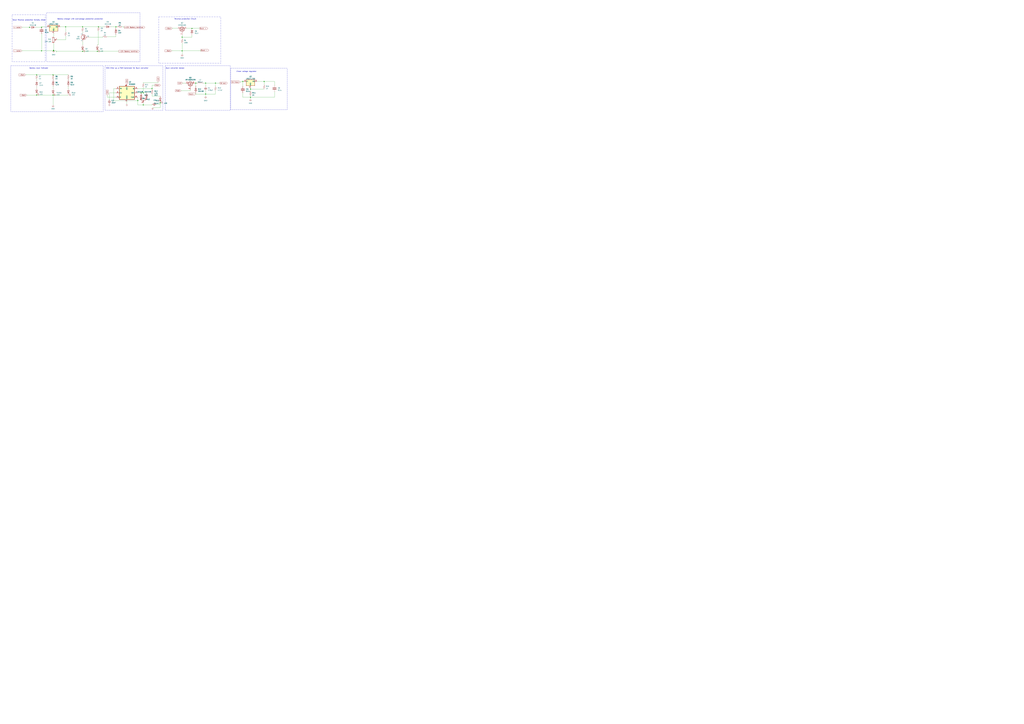
<source format=kicad_sch>
(kicad_sch (version 20230121) (generator eeschema)
  (paper "A0")
  (lib_symbols
    (symbol "Device:C" (pin_numbers hide) (pin_names (offset 0.254))
      (property "Reference" "C" (at 0.635 2.54 0))
      (property "Value" "C" (at 0.635 -2.54 0))
      (symbol "C_0_1"
        (polyline (pts (xy -2.032 -0.762) (xy 2.032 -0.762)) (stroke (width 0.508)))
        (polyline (pts (xy -2.032 0.762) (xy 2.032 0.762)) (stroke (width 0.508)))
      )
      (symbol "C_1_1"
        (pin passive line (at 0 3.81 270) (length 2.794) (name "~") (number "1"))
        (pin passive line (at 0 -3.81 90) (length 2.794) (name "~") (number "2"))
      )
    )
    (symbol "Device:C_Small" (pin_numbers hide) (pin_names (offset 0.254) hide)
      (property "Reference" "C" (at 0.254 1.778 0))
      (property "Value" "C_Small" (at 0.254 -2.032 0))
      (symbol "C_Small_0_1"
        (polyline (pts (xy -1.524 -0.508) (xy 1.524 -0.508)) (stroke (width 0.3302)))
        (polyline (pts (xy -1.524 0.508) (xy 1.524 0.508)) (stroke (width 0.3048)))
      )
      (symbol "C_Small_1_1"
        (pin passive line (at 0 2.54 270) (length 2.032) (name "~") (number "1"))
        (pin passive line (at 0 -2.54 90) (length 2.032) (name "~") (number "2"))
      )
    )
    (symbol "Device:D_Zener" (pin_numbers hide) (pin_names (offset 1.016) hide)
      (property "Reference" "D" (at 0 2.54 0))
      (property "Value" "D_Zener" (at 0 -2.54 0))
      (symbol "D_Zener_0_1"
        (polyline (pts (xy 1.27 0) (xy -1.27 0)))
        (polyline (pts (xy -1.27 -1.27) (xy -1.27 1.27) (xy -0.762 1.27)) (stroke (width 0.254)))
        (polyline (pts (xy 1.27 -1.27) (xy 1.27 1.27) (xy -1.27 0) (xy 1.27 -1.27)) (stroke (width 0.254)))
      )
      (symbol "D_Zener_1_1"
        (pin passive line (at -3.81 0 0) (length 2.54) (name "K") (number "1"))
        (pin passive line (at 3.81 0 180) (length 2.54) (name "A") (number "2"))
      )
    )
    (symbol "Device:L" (pin_numbers hide) (pin_names (offset 1.016) hide)
      (property "Reference" "L" (at -1.27 0 90))
      (property "Value" "L" (at 1.905 0 90))
      (symbol "L_0_1"
        (arc (start 0 -2.54) (mid 0.6323 -1.905) (end 0 -1.27))
        (arc (start 0 -1.27) (mid 0.6323 -0.635) (end 0 0))
        (arc (start 0 0) (mid 0.6323 0.635) (end 0 1.27))
        (arc (start 0 1.27) (mid 0.6323 1.905) (end 0 2.54))
      )
      (symbol "L_1_1"
        (pin passive line (at 0 3.81 270) (length 1.27) (name "1") (number "1"))
        (pin passive line (at 0 -3.81 90) (length 1.27) (name "2") (number "2"))
      )
    )
    (symbol "Device:LED" (pin_numbers hide) (pin_names (offset 1.016) hide)
      (property "Reference" "D" (at 0 2.54 0))
      (property "Value" "LED" (at 0 -2.54 0))
      (symbol "LED_0_1"
        (polyline (pts (xy -1.27 -1.27) (xy -1.27 1.27)) (stroke (width 0.254)))
        (polyline (pts (xy -1.27 0) (xy 1.27 0)))
        (polyline (pts (xy 1.27 -1.27) (xy 1.27 1.27) (xy -1.27 0) (xy 1.27 -1.27)) (stroke (width 0.254)))
        (polyline (pts (xy -3.048 -0.762) (xy -4.572 -2.286) (xy -3.81 -2.286) (xy -4.572 -2.286) (xy -4.572 -1.524)))
        (polyline (pts (xy -1.778 -0.762) (xy -3.302 -2.286) (xy -2.54 -2.286) (xy -3.302 -2.286) (xy -3.302 -1.524)))
      )
      (symbol "LED_1_1"
        (pin passive line (at -3.81 0 0) (length 2.54) (name "K") (number "1"))
        (pin passive line (at 3.81 0 180) (length 2.54) (name "A") (number "2"))
      )
    )
    (symbol "Device:R_Potentiometer" (pin_names (offset 1.016) hide)
      (property "Reference" "RV" (at -4.445 0 90))
      (property "Value" "R_Potentiometer" (at -2.54 0 90))
      (symbol "R_Potentiometer_0_1"
        (polyline (pts (xy 2.54 0) (xy 1.524 0)))
        (polyline (pts (xy 1.143 0) (xy 2.286 0.508) (xy 2.286 -0.508) (xy 1.143 0)) (fill (type outline)))
        (rectangle (start 1.016 2.54) (end -1.016 -2.54) (stroke (width 0.254)))
      )
      (symbol "R_Potentiometer_1_1"
        (pin passive line (at 0 3.81 270) (length 1.27) (name "1") (number "1"))
        (pin passive line (at 3.81 0 180) (length 1.27) (name "2") (number "2"))
        (pin passive line (at 0 -3.81 90) (length 1.27) (name "3") (number "3"))
      )
    )
    (symbol "Device:R_Small_US" (pin_numbers hide) (pin_names (offset 0.254) hide)
      (property "Reference" "R" (at 0.762 0.508 0))
      (property "Value" "R_Small_US" (at 0.762 -1.016 0))
      (symbol "R_Small_US_1_1"
        (polyline (pts (xy 0 0) (xy 1.016 -0.381) (xy 0 -0.762) (xy -1.016 -1.143) (xy 0 -1.524)))
        (polyline (pts (xy 0 1.524) (xy 1.016 1.143) (xy 0 0.762) (xy -1.016 0.381) (xy 0 0)))
        (pin passive line (at 0 2.54 270) (length 1.016) (name "~") (number "1"))
        (pin passive line (at 0 -2.54 90) (length 1.016) (name "~") (number "2"))
      )
    )
    (symbol "Diode:1N4148" (pin_numbers hide) (pin_names hide)
      (property "Reference" "D" (at 0 2.54 0))
      (property "Value" "1N4148" (at 0 -2.54 0))
      (symbol "1N4148_0_1"
        (polyline (pts (xy -1.27 1.27) (xy -1.27 -1.27)) (stroke (width 0.254)))
        (polyline (pts (xy 1.27 0) (xy -1.27 0)))
        (polyline (pts (xy 1.27 1.27) (xy 1.27 -1.27) (xy -1.27 0) (xy 1.27 1.27)) (stroke (width 0.254)))
      )
      (symbol "1N4148_1_1"
        (pin passive line (at -3.81 0 0) (length 2.54) (name "K") (number "1"))
        (pin passive line (at 3.81 0 180) (length 2.54) (name "A") (number "2"))
      )
    )
    (symbol "Diode:1N4448" (pin_numbers hide) (pin_names hide)
      (property "Reference" "D" (at 0 2.54 0))
      (property "Value" "1N4448" (at 0 -2.54 0))
      (symbol "1N4448_0_1"
        (polyline (pts (xy -1.27 1.27) (xy -1.27 -1.27)) (stroke (width 0.254)))
        (polyline (pts (xy 1.27 0) (xy -1.27 0)))
        (polyline (pts (xy 1.27 1.27) (xy 1.27 -1.27) (xy -1.27 0) (xy 1.27 1.27)) (stroke (width 0.254)))
      )
      (symbol "1N4448_1_1"
        (pin passive line (at -3.81 0 0) (length 2.54) (name "K") (number "1"))
        (pin passive line (at 3.81 0 180) (length 2.54) (name "A") (number "2"))
      )
    )
    (symbol "Diode:1N914" (pin_numbers hide) (pin_names hide)
      (property "Reference" "D" (at 0 2.54 0))
      (property "Value" "1N914" (at 0 -2.54 0))
      (symbol "1N914_0_1"
        (polyline (pts (xy -1.27 1.27) (xy -1.27 -1.27)) (stroke (width 0.254)))
        (polyline (pts (xy 1.27 0) (xy -1.27 0)))
        (polyline (pts (xy 1.27 1.27) (xy 1.27 -1.27) (xy -1.27 0) (xy 1.27 1.27)) (stroke (width 0.254)))
      )
      (symbol "1N914_1_1"
        (pin passive line (at -3.81 0 0) (length 2.54) (name "K") (number "1"))
        (pin passive line (at 3.81 0 180) (length 2.54) (name "A") (number "2"))
      )
    )
    (symbol "Regulator_Linear:LM317_TO3" (pin_names (offset 0.254))
      (property "Reference" "U" (at -3.81 3.175 0))
      (property "Value" "LM317_TO3" (at 0 3.175 0))
      (symbol "LM317_TO3_0_1"
        (rectangle (start -5.08 1.905) (end 5.08 -5.08) (stroke (width 0.254)) (fill (type background)))
      )
      (symbol "LM317_TO3_1_1"
        (pin input line (at 0 -7.62 90) (length 2.54) (name "ADJ") (number "1"))
        (pin power_in line (at -7.62 0 0) (length 2.54) (name "VI") (number "2"))
        (pin power_out line (at 7.62 0 180) (length 2.54) (name "VO") (number "3"))
      )
    )
    (symbol "Simulation_SPICE:NPN" (pin_numbers hide) (pin_names (offset 0))
      (property "Reference" "Q" (at -2.54 7.62 0))
      (property "Value" "NPN" (at -2.54 5.08 0))
      (symbol "NPN_0_1"
        (polyline (pts (xy -2.54 0) (xy 0.635 0)) (stroke (width 0.1524)))
        (polyline (pts (xy 0.635 0.635) (xy 2.54 2.54)))
        (polyline (pts (xy 2.794 -1.27) (xy 2.794 -1.27)) (stroke (width 0.1524)))
        (polyline (pts (xy 2.794 -1.27) (xy 2.794 -1.27)) (stroke (width 0.1524)))
        (polyline (pts (xy 0.635 -0.635) (xy 2.54 -2.54) (xy 2.54 -2.54)))
        (polyline (pts (xy 0.635 1.905) (xy 0.635 -1.905) (xy 0.635 -1.905)) (stroke (width 0.508)))
        (polyline (pts (xy 1.27 -1.778) (xy 1.778 -1.27) (xy 2.286 -2.286) (xy 1.27 -1.778) (xy 1.27 -1.778)) (fill (type outline)))
        (circle (center 1.27 0) (radius 2.8194) (stroke (width 0.254)))
      )
      (symbol "NPN_1_1"
        (pin open_collector line (at 2.54 5.08 270) (length 2.54) (name "C") (number "1"))
        (pin input line (at -5.08 0 0) (length 2.54) (name "B") (number "2"))
        (pin open_emitter line (at 2.54 -5.08 90) (length 2.54) (name "E") (number "3"))
      )
    )
    (symbol "Timer:NE555D"
      (property "Reference" "U" (at -10.16 8.89 0))
      (property "Value" "NE555D" (at 2.54 8.89 0))
      (symbol "NE555D_0_0"
        (pin power_in line (at 0 -10.16 90) (length 2.54) (name "GND") (number "1"))
        (pin power_in line (at 0 10.16 270) (length 2.54) (name "VCC") (number "8"))
      )
      (symbol "NE555D_0_1"
        (rectangle (start -8.89 -7.62) (end 8.89 7.62) (stroke (width 0.254)) (fill (type background)))
        (rectangle (start -8.89 -7.62) (end 8.89 7.62) (stroke (width 0.254)) (fill (type background)))
      )
      (symbol "NE555D_1_1"
        (pin input line (at -12.7 5.08 0) (length 3.81) (name "TR") (number "2"))
        (pin output line (at 12.7 5.08 180) (length 3.81) (name "Q") (number "3"))
        (pin input inverted (at -12.7 -5.08 0) (length 3.81) (name "R") (number "4"))
        (pin input line (at -12.7 0 0) (length 3.81) (name "CV") (number "5"))
        (pin input line (at 12.7 -5.08 180) (length 3.81) (name "THR") (number "6"))
        (pin input line (at 12.7 0 180) (length 3.81) (name "DIS") (number "7"))
      )
    )
    (symbol "Transistor_FET:IRF40DM229" (pin_names hide)
      (property "Reference" "Q" (at 5.08 1.905 0))
      (property "Value" "IRF40DM229" (at 5.08 0 0))
      (symbol "IRF40DM229_0_1"
        (polyline (pts (xy 0.254 0) (xy -2.54 0)))
        (polyline (pts (xy 0.254 1.905) (xy 0.254 -1.905)) (stroke (width 0.254)))
        (polyline (pts (xy 0.762 -1.27) (xy 0.762 -2.286)) (stroke (width 0.254)))
        (polyline (pts (xy 0.762 0.508) (xy 0.762 -0.508)) (stroke (width 0.254)))
        (polyline (pts (xy 0.762 2.286) (xy 0.762 1.27)) (stroke (width 0.254)))
        (polyline (pts (xy 2.54 2.54) (xy 2.54 1.778)))
        (polyline (pts (xy 2.54 -2.54) (xy 2.54 0) (xy 0.762 0)))
        (polyline (pts (xy 0.762 -1.778) (xy 3.302 -1.778) (xy 3.302 1.778) (xy 0.762 1.778)))
        (polyline (pts (xy 1.016 0) (xy 2.032 0.381) (xy 2.032 -0.381) (xy 1.016 0)) (fill (type outline)))
        (polyline (pts (xy 2.794 0.508) (xy 2.921 0.381) (xy 3.683 0.381) (xy 3.81 0.254)))
        (polyline (pts (xy 3.302 0.381) (xy 2.921 -0.254) (xy 3.683 -0.254) (xy 3.302 0.381)))
        (circle (center 1.651 0) (radius 2.794) (stroke (width 0.254)))
        (circle (center 2.54 -1.778) (radius 0.254) (fill (type outline)))
        (circle (center 2.54 1.778) (radius 0.254) (fill (type outline)))
      )
      (symbol "IRF40DM229_1_1"
        (pin passive line (at 2.54 5.08 270) (length 2.54) (name "D") (number "1"))
        (pin input line (at -5.08 0 0) (length 2.54) (name "G") (number "2"))
        (pin passive line (at 2.54 -5.08 90) (length 2.54) (name "S") (number "3"))
      )
    )
    (symbol "Transistor_FET:IRF9540N" (pin_names hide)
      (property "Reference" "Q" (at 5.08 1.905 0))
      (property "Value" "IRF9540N" (at 5.08 0 0))
      (symbol "IRF9540N_0_1"
        (polyline (pts (xy 0.254 0) (xy -2.54 0)))
        (polyline (pts (xy 0.254 1.905) (xy 0.254 -1.905)) (stroke (width 0.254)))
        (polyline (pts (xy 0.762 -1.27) (xy 0.762 -2.286)) (stroke (width 0.254)))
        (polyline (pts (xy 0.762 0.508) (xy 0.762 -0.508)) (stroke (width 0.254)))
        (polyline (pts (xy 0.762 2.286) (xy 0.762 1.27)) (stroke (width 0.254)))
        (polyline (pts (xy 2.54 2.54) (xy 2.54 1.778)))
        (polyline (pts (xy 2.54 -2.54) (xy 2.54 0) (xy 0.762 0)))
        (polyline (pts (xy 0.762 1.778) (xy 3.302 1.778) (xy 3.302 -1.778) (xy 0.762 -1.778)))
        (polyline (pts (xy 2.286 0) (xy 1.27 0.381) (xy 1.27 -0.381) (xy 2.286 0)) (fill (type outline)))
        (polyline (pts (xy 2.794 -0.508) (xy 2.921 -0.381) (xy 3.683 -0.381) (xy 3.81 -0.254)))
        (polyline (pts (xy 3.302 -0.381) (xy 2.921 0.254) (xy 3.683 0.254) (xy 3.302 -0.381)))
        (circle (center 1.651 0) (radius 2.794) (stroke (width 0.254)))
        (circle (center 2.54 -1.778) (radius 0.254) (fill (type outline)))
        (circle (center 2.54 1.778) (radius 0.254) (fill (type outline)))
      )
      (symbol "IRF9540N_1_1"
        (pin input line (at -5.08 0 0) (length 2.54) (name "G") (number "1"))
        (pin passive line (at 2.54 5.08 270) (length 2.54) (name "D") (number "2"))
        (pin passive line (at 2.54 -5.08 90) (length 2.54) (name "S") (number "3"))
      )
    )
    (symbol "power:Earth" (power) (pin_names (offset 0))
      (symbol "Earth_0_1"
        (polyline (pts (xy -0.635 -1.905) (xy 0.635 -1.905)))
        (polyline (pts (xy -0.127 -2.54) (xy 0.127 -2.54)))
        (polyline (pts (xy 0 -1.27) (xy 0 0)))
        (polyline (pts (xy 1.27 -1.27) (xy -1.27 -1.27)))
      )
      (symbol "Earth_1_1"
        (pin power_in line (at 0 0 270) (length 0) hide (name "Earth") (number "1"))
      )
    )
    (symbol "power:GND" (power) (pin_names (offset 0))
      (property "Value" "GND" (at 0 -3.81 0))
      (symbol "GND_0_1"
        (polyline (pts (xy 0 0) (xy 0 -1.27) (xy 1.27 -1.27) (xy 0 -2.54) (xy -1.27 -1.27) (xy 0 -1.27)))
      )
      (symbol "GND_1_1"
        (pin power_in line (at 0 0 270) (length 0) hide (name "GND") (number "1"))
      )
    )
  )
  (junction (at 76.2 31.115))
  (junction (at 163.83 107.95))
  (junction (at 42.545 86.995))
  (junction (at 290.83 113.03))
  (junction (at 48.26 59.055))
  (junction (at 95.885 59.69))
  (junction (at 114.3 31.115))
  (junction (at 61.595 110.49))
  (junction (at 186.055 119.38))
  (junction (at 211.455 59.055))
  (junction (at 176.53 102.87))
  (junction (at 238.76 96.52))
  (junction (at 290.83 103.505))
  (junction (at 166.37 121.92))
  (junction (at 238.76 109.22))
  (junction (at 113.03 59.69))
  (junction (at 61.595 86.995))
  (junction (at 48.26 31.75))
  (junction (at 166.37 107.95))
  (junction (at 62.23 58.42))
  (junction (at 34.29 31.75))
  (junction (at 95.885 31.115))
  (junction (at 227.33 96.52))
  (junction (at 134.62 31.115))
  (junction (at 42.545 110.49))
  (junction (at 222.885 33.02))
  (junction (at 160.02 116.84))
  (junction (at 281.94 94.615))
  (junction (at 62.23 59.055))
  (junction (at 306.705 94.615))
  (junction (at 211.455 43.18))
  (junction (at 250.19 96.52))
  (wire (pts (xy 238.76 109.22) (xy 238.76 111.76)))
  (wire (pts (xy 134.62 42.545) (xy 124.46 42.545)))
  (wire (pts (xy 250.19 109.22) (xy 250.19 105.41)))
  (wire (pts (xy 306.705 103.505) (xy 290.83 103.505)))
  (wire (pts (xy 199.39 59.055) (xy 211.455 59.055)))
  (wire (pts (xy 238.76 96.52) (xy 236.22 96.52)))
  (wire (pts (xy 128.905 31.115) (xy 134.62 31.115)))
  (wire (pts (xy 227.33 96.52) (xy 228.6 96.52)))
  (wire (pts (xy 186.055 119.38) (xy 185.42 119.38)))
  (wire (pts (xy 162.56 115.57) (xy 163.83 115.57)))
  (wire (pts (xy 233.045 58.42) (xy 233.045 59.055)))
  (wire (pts (xy 76.2 31.115) (xy 95.885 31.115)))
  (wire (pts (xy 127 107.95) (xy 134.62 107.95)))
  (wire (pts (xy 134.62 102.87) (xy 132.08 102.87)))
  (wire (pts (xy 95.885 36.83) (xy 95.885 38.1)))
  (wire (pts (xy 283.21 94.615) (xy 281.94 94.615)))
  (wire (pts (xy 185.42 119.38) (xy 185.42 121.285)))
  (wire (pts (xy 318.77 94.615) (xy 306.705 94.615)))
  (wire (pts (xy 42.545 86.995) (xy 61.595 86.995)))
  (wire (pts (xy 211.455 43.18) (xy 211.455 45.085)))
  (wire (pts (xy 166.37 95.885) (xy 166.37 96.52)))
  (wire (pts (xy 95.885 48.26) (xy 95.885 52.07)))
  (wire (pts (xy 281.94 107.95) (xy 281.94 113.03)))
  (wire (pts (xy 222.885 33.02) (xy 231.775 33.02)))
  (wire (pts (xy 79.375 92.075) (xy 79.375 92.71)))
  (wire (pts (xy 211.455 59.055) (xy 233.045 59.055)))
  (wire (pts (xy 160.02 113.03) (xy 160.02 116.84)))
  (wire (pts (xy 134.62 40.005) (xy 134.62 42.545)))
  (wire (pts (xy 166.37 107.95) (xy 170.18 107.95)))
  (wire (pts (xy 61.595 110.49) (xy 61.595 121.92)))
  (wire (pts (xy 200.025 33.02) (xy 206.375 33.02)))
  (wire (pts (xy 181.61 121.285) (xy 185.42 121.285)))
  (wire (pts (xy 176.53 99.06) (xy 176.53 102.87)))
  (wire (pts (xy 238.76 96.52) (xy 238.76 100.33)))
  (wire (pts (xy 186.055 125.095) (xy 177.165 125.095)))
  (wire (pts (xy 103.505 43.18) (xy 119.38 43.18)))
  (wire (pts (xy 65.405 60.325) (xy 66.04 60.325)))
  (wire (pts (xy 147.32 118.11) (xy 147.32 120.65)))
  (wire (pts (xy 62.23 38.735) (xy 62.23 42.545)))
  (wire (pts (xy 95.885 31.115) (xy 95.885 31.75)))
  (wire (pts (xy 238.76 105.41) (xy 238.76 109.22)))
  (wire (pts (xy 238.76 109.22) (xy 250.19 109.22)))
  (wire (pts (xy 176.53 99.06) (xy 179.705 99.06)))
  (wire (pts (xy 183.515 95.25) (xy 183.515 95.885)))
  (wire (pts (xy 34.29 31.115) (xy 34.29 31.75)))
  (wire (pts (xy 61.595 92.075) (xy 61.595 92.71)))
  (wire (pts (xy 220.98 105.41) (xy 220.98 104.14)))
  (wire (pts (xy 61.595 100.33) (xy 61.595 102.87)))
  (wire (pts (xy 222.885 40.64) (xy 222.885 43.18)))
  (wire (pts (xy 160.02 121.92) (xy 166.37 121.92)))
  (wire (pts (xy 166.37 101.6) (xy 166.37 107.95)))
  (wire (pts (xy 160.02 107.95) (xy 163.83 107.95)))
  (wire (pts (xy 290.83 103.505) (xy 290.83 106.045)))
  (wire (pts (xy 54.61 31.115) (xy 48.26 31.115)))
  (wire (pts (xy 176.53 111.76) (xy 186.055 111.76)))
  (wire (pts (xy 61.595 110.49) (xy 79.375 110.49)))
  (wire (pts (xy 31.115 110.49) (xy 42.545 110.49)))
  (wire (pts (xy 290.83 113.03) (xy 290.83 114.935)))
  (wire (pts (xy 212.09 96.52) (xy 215.9 96.52)))
  (wire (pts (xy 114.3 52.07) (xy 113.03 52.07)))
  (wire (pts (xy 176.53 109.22) (xy 176.53 111.76)))
  (wire (pts (xy 66.04 59.69) (xy 95.885 59.69)))
  (wire (pts (xy 166.37 121.92) (xy 176.53 121.92)))
  (wire (pts (xy 66.04 60.325) (xy 66.04 59.69)))
  (wire (pts (xy 143.51 31.75) (xy 143.51 31.115)))
  (wire (pts (xy 290.83 102.235) (xy 290.83 103.505)))
  (wire (pts (xy 48.26 39.37) (xy 48.26 59.055)))
  (wire (pts (xy 306.705 94.615) (xy 306.705 98.425)))
  (wire (pts (xy 76.2 41.91) (xy 76.2 46.355)))
  (wire (pts (xy 211.455 50.165) (xy 211.455 59.055)))
  (wire (pts (xy 166.37 119.38) (xy 166.37 121.92)))
  (wire (pts (xy 280.035 94.615) (xy 280.035 95.25)))
  (wire (pts (xy 163.83 107.95) (xy 166.37 107.95)))
  (wire (pts (xy 62.23 59.055) (xy 62.23 58.42)))
  (wire (pts (xy 95.885 31.115) (xy 114.3 31.115)))
  (wire (pts (xy 281.94 94.615) (xy 281.94 100.33)))
  (wire (pts (xy 143.51 31.115) (xy 141.605 31.115)))
  (wire (pts (xy 227.33 109.22) (xy 238.76 109.22)))
  (wire (pts (xy 290.83 111.125) (xy 290.83 113.03)))
  (wire (pts (xy 143.51 31.75) (xy 144.145 31.75)))
  (wire (pts (xy 227.33 107.95) (xy 227.33 109.22)))
  (wire (pts (xy 160.02 102.87) (xy 176.53 102.87)))
  (wire (pts (xy 41.91 31.75) (xy 48.26 31.75)))
  (wire (pts (xy 134.62 31.115) (xy 134.62 32.385)))
  (wire (pts (xy 132.08 102.87) (xy 132.08 116.84)))
  (wire (pts (xy 48.26 59.055) (xy 62.23 59.055)))
  (wire (pts (xy 119.38 43.18) (xy 119.38 42.545)))
  (wire (pts (xy 48.26 31.115) (xy 48.26 31.75)))
  (wire (pts (xy 95.885 59.69) (xy 113.03 59.69)))
  (wire (pts (xy 318.77 113.03) (xy 290.83 113.03)))
  (wire (pts (xy 25.4 59.055) (xy 48.26 59.055)))
  (wire (pts (xy 62.23 50.165) (xy 62.23 58.42)))
  (wire (pts (xy 250.19 100.33) (xy 250.19 96.52)))
  (wire (pts (xy 186.055 119.38) (xy 186.055 125.095)))
  (wire (pts (xy 280.035 95.25) (xy 278.765 95.25)))
  (wire (pts (xy 216.535 33.02) (xy 222.885 33.02)))
  (wire (pts (xy 42.545 100.965) (xy 42.545 102.235)))
  (wire (pts (xy 160.02 116.84) (xy 160.02 121.92)))
  (wire (pts (xy 176.53 104.14) (xy 176.53 102.87)))
  (wire (pts (xy 222.885 43.18) (xy 211.455 43.18)))
  (wire (pts (xy 124.46 110.49) (xy 124.46 113.03)))
  (wire (pts (xy 42.545 110.49) (xy 42.545 109.855)))
  (wire (pts (xy 183.515 95.885) (xy 166.37 95.885)))
  (wire (pts (xy 65.405 60.325) (xy 65.405 59.055)))
  (wire (pts (xy 134.62 31.115) (xy 136.525 31.115)))
  (wire (pts (xy 132.08 116.84) (xy 160.02 116.84)))
  (wire (pts (xy 42.545 92.075) (xy 42.545 93.345)))
  (wire (pts (xy 281.94 113.03) (xy 290.83 113.03)))
  (wire (pts (xy 281.94 94.615) (xy 280.035 94.615)))
  (wire (pts (xy 25.4 31.75) (xy 34.29 31.75)))
  (wire (pts (xy 250.19 96.52) (xy 238.76 96.52)))
  (wire (pts (xy 42.545 110.49) (xy 61.595 110.49)))
  (wire (pts (xy 76.2 36.83) (xy 76.2 31.115)))
  (wire (pts (xy 226.06 96.52) (xy 227.33 96.52)))
  (wire (pts (xy 298.45 94.615) (xy 306.705 94.615)))
  (wire (pts (xy 29.845 86.995) (xy 42.545 86.995)))
  (wire (pts (xy 66.04 46.355) (xy 76.2 46.355)))
  (wire (pts (xy 127 115.57) (xy 127 107.95)))
  (wire (pts (xy 210.185 105.41) (xy 220.98 105.41)))
  (wire (pts (xy 211.455 40.64) (xy 211.455 43.18)))
  (wire (pts (xy 69.85 31.115) (xy 76.2 31.115)))
  (wire (pts (xy 114.3 36.195) (xy 114.3 52.07)))
  (wire (pts (xy 318.77 106.68) (xy 318.77 113.03)))
  (wire (pts (xy 134.62 113.03) (xy 124.46 113.03)))
  (wire (pts (xy 250.19 96.52) (xy 255.27 96.52)))
  (wire (pts (xy 318.77 99.06) (xy 318.77 94.615)))
  (wire (pts (xy 114.3 31.115) (xy 121.285 31.115)))
  (wire (pts (xy 113.03 59.69) (xy 137.795 59.69)))
  (wire (pts (xy 211.455 62.865) (xy 211.455 59.055)))
  (wire (pts (xy 227.33 96.52) (xy 227.33 100.33)))
  (wire (pts (xy 65.405 59.055) (xy 62.23 59.055)))
  (wire (pts (xy 61.595 86.995) (xy 79.375 86.995)))
  (wire (pts (xy 79.375 100.33) (xy 79.375 102.87)))
  (wire (pts (xy 176.53 121.92) (xy 176.53 121.285)))
  (rectangle (start 121.92 76.2) (end 189.23 128.27) (stroke (width 0) (type dash)))
  (rectangle (start 52.07 26.67) (end 52.07 26.67))
  (rectangle (start 191.77 76.2) (end 267.335 128.27) (stroke (width 0) (type dash)))
  (rectangle (start 13.97 17.145) (end 52.705 71.755) (stroke (width 0) (type dash_dot)))
  (rectangle (start 12.7 76.2) (end 120.015 129.54) (stroke (width 0) (type dash)))
  (rectangle (start 53.975 14.605) (end 162.56 71.755) (stroke (width 0) (type dash)))
  (rectangle (start 187.96 79.375) (end 187.96 79.375))
  (rectangle (start 184.15 19.685) (end 256.54 73.66) (stroke (width 0) (type dash_dot)))
  (rectangle (start 267.97 79.375) (end 333.375 127.635) (stroke (width 0) (type dash)))
  (text "Solar Reverse protection Schotty diode\n" (at 14.605 24.13 0) (effects (font (size 1.27 1.27)) (justify left bottom)))
  (text "Reverse protection Circuit \n" (at 202.565 22.86 0) (effects (font (size 1.27 1.27)) (justify left bottom)))
  (text "Buck converter design\n" (at 192.405 80.01 0) (effects (font (size 1.27 1.27)) (justify left bottom)))
  (text "Battery charger with overvoltage protection protection" (at 66.675 22.86 0) (effects (font (size 1.27 1.27)) (justify left bottom)))
  (text "555 timer as a PWM Generator for Buck converter" (at 123.19 80.01 0) (effects (font (size 1.27 1.27)) (justify left bottom)))
  (text "Battery level indicator \n" (at 34.29 80.01 0) (effects (font (size 1.27 1.27)) (justify left bottom)))
  (text "Linear voltage regulator\n" (at 274.32 83.82 0) (effects (font (size 1.27 1.27)) (justify left bottom)))
  (global_label "- solar" (shape input) (at 25.4 59.055 180) (property "Intersheetrefs" "${INTERSHEET_REFS}" (effects hide)))
  (global_label "PWM" (shape output) (at 179.705 99.06 0) (property "Intersheetrefs" "${INTERSHEET_REFS}" (effects hide)))
  (global_label "+12V Battery terminal" (shape output) (at 144.145 31.75 0) (property "Intersheetrefs" "${INTERSHEET_REFS}" (effects hide)))
  (global_label "12V" (shape input) (at 124.46 110.49 90) (property "Intersheetrefs" "${INTERSHEET_REFS}" (effects hide)))
  (global_label "12V" (shape input) (at 212.09 96.52 180) (property "Intersheetrefs" "${INTERSHEET_REFS}" (effects hide)))
  (global_label "+Batt" (shape input) (at 200.025 33.02 180) (property "Intersheetrefs" "${INTERSHEET_REFS}" (effects hide)))
  (global_label "PWM" (shape input) (at 210.185 105.41 180) (property "Intersheetrefs" "${INTERSHEET_REFS}" (effects hide)))
  (global_label "-Batt" (shape input) (at 31.115 110.49 180) (property "Intersheetrefs" "${INTERSHEET_REFS}" (effects hide)))
  (global_label "5V out" (shape output) (at 255.27 96.52 0) (property "Intersheetrefs" "${INTERSHEET_REFS}" (effects hide)))
  (global_label "+Batt" (shape input) (at 29.845 86.995 180) (property "Intersheetrefs" "${INTERSHEET_REFS}" (effects hide)))
  (global_label "12V" (shape input) (at 147.32 97.79 90) (property "Intersheetrefs" "${INTERSHEET_REFS}" (effects hide)))
  (global_label "12V" (shape input) (at 183.515 95.25 90) (property "Intersheetrefs" "${INTERSHEET_REFS}" (effects hide)))
  (global_label "-Batt" (shape input) (at 199.39 59.055 180) (property "Intersheetrefs" "${INTERSHEET_REFS}" (effects hide)))
  (global_label "Buck +" (shape output) (at 231.775 33.02 0) (property "Intersheetrefs" "${INTERSHEET_REFS}" (effects hide)))
  (global_label "Buck-" (shape input) (at 227.33 109.22 180) (property "Intersheetrefs" "${INTERSHEET_REFS}" (effects hide)))
  (global_label "-12V Battery terminal" (shape output) (at 137.795 59.69 0) (property "Intersheetrefs" "${INTERSHEET_REFS}" (effects hide)))
  (global_label "5V input" (shape input) (at 278.765 95.25 180) (property "Intersheetrefs" "${INTERSHEET_REFS}" (effects hide)))
  (global_label "Buck -" (shape output) (at 233.045 58.42 0) (property "Intersheetrefs" "${INTERSHEET_REFS}" (effects hide)))
  (global_label "+ solar" (shape input) (at 25.4 31.75 180) (property "Intersheetrefs" "${INTERSHEET_REFS}" (effects hide)))
  (symbol (lib_id "Simulation_SPICE:NPN") (at 98.425 43.18 0) (mirror y) (unit 1)
    (property "Reference" "Q1" (at 92.71 42.545 0) (effects (justify left)))
    (property "Value" "NPN" (at 92.71 45.085 0) (effects (justify left)))
    (property "Sim.Device" "NPN" (effects hide))
    (property "Sim.Type" "GUMMELPOON" (effects hide))
    (property "Sim.Pins" "1=C 2=B 3=E" (effects hide))
  )
  (symbol (lib_id "Device:LED") (at 186.055 115.57 90) (unit 1)
    (property "Reference" "D13" (at 180.975 116.84 90) (effects (justify right)))
    (property "Value" "LED" (at 190.5 120.015 90) (effects (justify right)))
  )
  (symbol (lib_id "Timer:NE555D") (at 147.32 107.95 0) (unit 1)
    (property "Reference" "U2" (at 149.5141 95.25 0) (effects (justify left)))
    (property "Value" "NE555D" (at 149.5141 97.79 0) (effects (justify left)))
    (property "Footprint" "Package_SO:SOIC-8_3.9x4.9mm_P1.27mm" (effects hide))
    (property "Datasheet" "http://www.ti.com/lit/ds/symlink/ne555.pdf" (effects hide))
  )
  (symbol (lib_id "Device:C") (at 318.77 102.87 0) (unit 1)
    (property "Reference" "C6" (at 322.58 102.235 0) (effects (justify left)))
    (property "Value" "0.1u" (at 322.58 104.775 0) (effects (justify left)))
  )
  (symbol (lib_id "Transistor_FET:IRF40DM229") (at 220.98 99.06 90) (unit 1)
    (property "Reference" "Q3" (at 220.98 90.17 90))
    (property "Value" "IRF40DM229" (at 220.98 92.71 90))
    (property "Footprint" "Package_DirectFET:DirectFET_MF" (effects hide))
    (property "Datasheet" "https://www.infineon.com/dgdl/Infineon-IRF40DM229-DS-v02_00-EN.pdf?fileId=5546d462557e6e890155a15c899160ea" (effects hide))
  )
  (symbol (lib_id "Device:D_Zener") (at 61.595 96.52 270) (unit 1)
    (property "Reference" "D8" (at 64.135 95.885 90) (effects (justify left)))
    (property "Value" "4.7V" (at 64.135 98.425 90) (effects (justify left)))
  )
  (symbol (lib_id "power:GND") (at 290.83 114.935 0) (unit 1)
    (property "Reference" "#PWR08" (effects hide))
    (property "Value" "GND" (at 290.83 120.015 0))
  )
  (symbol (lib_id "Device:R_Potentiometer") (at 166.37 115.57 270) (unit 1)
    (property "Reference" "RV2" (at 172.085 115.57 90))
    (property "Value" "10k" (at 166.37 114.3 90))
  )
  (symbol (lib_id "Device:R_Small_US") (at 114.3 33.655 0) (unit 1)
    (property "Reference" "R3" (at 116.84 33.02 0) (effects (justify left)))
    (property "Value" "2k" (at 116.84 35.56 0) (effects (justify left)))
  )
  (symbol (lib_id "Device:R_Small_US") (at 76.2 39.37 0) (unit 1)
    (property "Reference" "R1" (at 78.74 38.735 0) (effects (justify left)))
    (property "Value" "1K" (at 78.74 41.275 0) (effects (justify left)))
  )
  (symbol (lib_id "Device:C_Small") (at 238.76 102.87 0) (unit 1)
    (property "Reference" "C4" (at 241.3 102.2413 0) (effects (justify left)))
    (property "Value" "470uF" (at 241.3 104.7813 0) (effects (justify left)))
  )
  (symbol (lib_id "Device:R_Small_US") (at 290.83 108.585 180) (unit 1)
    (property "Reference" "R14" (at 292.735 107.95 0) (effects (justify right)))
    (property "Value" "1K" (at 292.735 110.49 0) (effects (justify right)))
  )
  (symbol (lib_id "power:Earth") (at 147.32 120.65 0) (unit 1)
    (property "Reference" "#PWR05" (effects hide))
    (property "Value" "Earth" (effects hide))
  )
  (symbol (lib_id "power:GND") (at 61.595 121.92 0) (unit 1)
    (property "Reference" "#PWR03" (effects hide))
    (property "Value" "GND" (at 61.595 126.365 0))
  )
  (symbol (lib_id "Device:LED") (at 79.375 106.68 90) (unit 1)
    (property "Reference" "Blue" (at 83.185 107.6325 90) (effects (justify right)))
    (property "Value" "LED" (at 83.185 110.1725 90) (effects (justify right)))
  )
  (symbol (lib_id "power:GND") (at 238.76 111.76 0) (unit 1)
    (property "Reference" "#PWR07" (effects hide))
    (property "Value" "GND" (at 238.76 116.84 0))
  )
  (symbol (lib_id "Device:C_Small") (at 179.07 121.285 90) (unit 1)
    (property "Reference" "C3" (at 179.7113 116.5225 90))
    (property "Value" "0.1nf" (at 181.61 120.015 90))
  )
  (symbol (lib_id "Diode:1N4448") (at 125.095 31.115 180) (unit 1)
    (property "Reference" "D5" (at 125.095 25.4 0))
    (property "Value" "1N4448" (at 125.095 27.94 0))
    (property "Footprint" "Diode_THT:D_DO-35_SOD27_P7.62mm_Horizontal" (effects hide))
    (property "Datasheet" "https://assets.nexperia.com/documents/data-sheet/1N4148_1N4448.pdf" (effects hide))
    (property "Sim.Device" "D" (effects hide))
    (property "Sim.Pins" "1=K 2=A" (effects hide))
  )
  (symbol (lib_id "Diode:1N914") (at 227.33 104.14 90) (mirror x) (unit 1)
    (property "Reference" "D14" (at 229.87 103.505 90) (effects (justify right)))
    (property "Value" "1N448" (at 229.87 106.045 90) (effects (justify right)))
    (property "Footprint" "Diode_THT:D_DO-35_SOD27_P7.62mm_Horizontal" (effects hide))
    (property "Datasheet" "http://www.vishay.com/docs/85622/1n914.pdf" (effects hide))
    (property "Sim.Device" "D" (effects hide))
    (property "Sim.Pins" "1=K 2=A" (effects hide))
  )
  (symbol (lib_id "Diode:1N4148") (at 38.1 31.75 180) (unit 1)
    (property "Reference" "D1" (at 38.1 26.67 0))
    (property "Value" "1N4148" (at 38.1 29.21 0))
    (property "Footprint" "Diode_THT:D_DO-35_SOD27_P7.62mm_Horizontal" (effects hide))
    (property "Datasheet" "https://assets.nexperia.com/documents/data-sheet/1N4148_1N4448.pdf" (effects hide))
    (property "Sim.Device" "D" (effects hide))
    (property "Sim.Pins" "1=K 2=A" (effects hide))
  )
  (symbol (lib_id "power:GND") (at 62.23 58.42 0) (unit 1)
    (property "Reference" "#PWR01" (effects hide))
    (property "Value" "GND" (at 62.23 63.5 0))
  )
  (symbol (lib_id "Device:R_Small_US") (at 139.065 31.115 90) (unit 1)
    (property "Reference" "R5" (at 139.065 26.67 90))
    (property "Value" "1K" (at 139.065 29.21 90))
  )
  (symbol (lib_id "Device:L") (at 232.41 96.52 90) (unit 1)
    (property "Reference" "L1" (at 232.41 92.71 90))
    (property "Value" "300uH" (at 232.41 95.25 90))
  )
  (symbol (lib_id "Device:D_Zener") (at 42.545 97.155 270) (unit 1)
    (property "Reference" "D7" (at 45.72 96.52 90) (effects (justify left)))
    (property "Value" "2.4V" (at 45.72 99.06 90) (effects (justify left)))
  )
  (symbol (lib_id "Device:R_Small_US") (at 250.19 102.87 180) (unit 1)
    (property "Reference" "R13" (at 252.73 102.235 0) (effects (justify right)))
    (property "Value" "4.7uF" (at 252.73 104.775 0) (effects (justify right)))
  )
  (symbol (lib_id "Device:R_Small_US") (at 95.885 34.29 0) (unit 1)
    (property "Reference" "R2" (at 98.425 33.655 0) (effects (justify left)))
    (property "Value" "220" (at 98.425 36.195 0) (effects (justify left)))
  )
  (symbol (lib_id "Device:D_Zener") (at 134.62 36.195 270) (unit 1)
    (property "Reference" "D4" (at 137.16 35.56 90) (effects (justify left)))
    (property "Value" "12V " (at 137.16 38.1 90) (effects (justify left)))
  )
  (symbol (lib_id "Device:C") (at 48.26 35.56 0) (unit 1)
    (property "Reference" "C1" (at 52.07 34.925 0) (effects (justify left)))
    (property "Value" "0.1u" (at 52.07 37.465 0) (effects (justify left)))
  )
  (symbol (lib_id "Device:R_Small_US") (at 121.92 42.545 90) (unit 1)
    (property "Reference" "R4" (at 121.92 38.1 90))
    (property "Value" "1K" (at 121.92 40.64 90))
  )
  (symbol (lib_id "Transistor_FET:IRF9540N") (at 211.455 35.56 90) (unit 1)
    (property "Reference" "Q2" (at 211.455 26.67 90))
    (property "Value" "IRF9540N" (at 211.455 29.21 90))
    (property "Footprint" "Package_TO_SOT_THT:TO-220-3_Vertical" (effects hide))
    (property "Datasheet" "http://www.irf.com/product-info/datasheets/data/irf9540n.pdf" (effects hide))
  )
  (symbol (lib_id "Device:C") (at 281.94 104.14 0) (unit 1)
    (property "Reference" "C5" (at 285.75 103.505 0) (effects (justify left)))
    (property "Value" "0.1u" (at 285.75 106.045 0) (effects (justify left)))
  )
  (symbol (lib_id "Device:LED") (at 95.885 55.88 90) (unit 1)
    (property "Reference" "D2" (at 99.06 56.8325 90) (effects (justify right)))
    (property "Value" "LED" (at 99.06 59.3725 90) (effects (justify right)))
  )
  (symbol (lib_id "Device:LED") (at 61.595 106.68 90) (unit 1)
    (property "Reference" "Yellow" (at 65.405 107.6325 90) (effects (justify right)))
    (property "Value" "LED" (at 65.405 110.1725 90) (effects (justify right)))
  )
  (symbol (lib_id "power:GND") (at 211.455 62.865 0) (unit 1)
    (property "Reference" "#PWR02" (effects hide))
    (property "Value" "GND" (at 211.455 67.31 0))
  )
  (symbol (lib_id "Device:R_Potentiometer") (at 62.23 46.355 0) (unit 1)
    (property "Reference" "RV1" (at 59.69 45.72 0) (effects (justify right)))
    (property "Value" "10K pot" (at 59.69 48.26 0) (effects (justify right)))
  )
  (symbol (lib_id "Device:D_Zener") (at 79.375 96.52 270) (unit 1)
    (property "Reference" "D9" (at 81.915 95.885 90) (effects (justify left)))
    (property "Value" "9.1V" (at 81.915 98.425 90) (effects (justify left)))
  )
  (symbol (lib_id "Device:R_Small_US") (at 79.375 89.535 0) (unit 1)
    (property "Reference" "R9" (at 81.915 88.9 0) (effects (justify left)))
    (property "Value" "1K" (at 81.915 91.44 0) (effects (justify left)))
  )
  (symbol (lib_id "power:Earth") (at 177.165 125.095 0) (unit 1)
    (property "Reference" "#PWR06" (effects hide))
    (property "Value" "Earth" (effects hide))
  )
  (symbol (lib_id "Device:R_Small_US") (at 166.37 99.06 180) (unit 1)
    (property "Reference" "R11" (at 168.275 98.425 0) (effects (justify right)))
    (property "Value" "1K" (at 168.275 100.965 0) (effects (justify right)))
  )
  (symbol (lib_id "Device:R_Small_US") (at 61.595 89.535 0) (unit 1)
    (property "Reference" "R8" (at 64.135 88.9 0) (effects (justify left)))
    (property "Value" "1K" (at 64.135 91.44 0) (effects (justify left)))
  )
  (symbol (lib_id "Device:C_Small") (at 127 118.11 0) (unit 1)
    (property "Reference" "C2" (at 129.54 116.8463 0) (effects (justify left)))
    (property "Value" "10nF" (at 129.54 119.3863 0) (effects (justify left)))
  )
  (symbol (lib_id "power:Earth") (at 127 120.65 0) (unit 1)
    (property "Reference" "#PWR04" (effects hide))
    (property "Value" "Earth" (effects hide))
  )
  (symbol (lib_id "Device:LED") (at 42.545 106.045 90) (unit 1)
    (property "Reference" "RED" (at 45.72 106.9975 90) (effects (justify right)))
    (property "Value" "LED" (at 45.72 109.5375 90) (effects (justify right)))
  )
  (symbol (lib_id "Device:LED") (at 113.03 55.88 90) (unit 1)
    (property "Reference" "D3" (at 116.205 56.8325 90) (effects (justify right)))
    (property "Value" "LED" (at 116.205 59.3725 90) (effects (justify right)))
  )
  (symbol (lib_id "Device:D_Zener") (at 222.885 36.83 270) (unit 1)
    (property "Reference" "D6" (at 226.06 36.195 90) (effects (justify left)))
    (property "Value" "9.1V" (at 226.06 38.735 90) (effects (justify left)))
  )
  (symbol (lib_id "Diode:1N4148") (at 163.83 111.76 270) (unit 1)
    (property "Reference" "D11" (at 167.64 110.49 90) (effects (justify left)))
    (property "Value" "1N4148" (at 158.75 106.68 90) (effects (justify left)))
    (property "Footprint" "Diode_THT:D_DO-35_SOD27_P7.62mm_Horizontal" (effects hide))
    (property "Datasheet" "https://assets.nexperia.com/documents/data-sheet/1N4148_1N4448.pdf" (effects hide))
    (property "Sim.Device" "D" (effects hide))
    (property "Sim.Pins" "1=K 2=A" (effects hide))
  )
  (symbol (lib_id "Regulator_Linear:LM317_TO3") (at 62.23 31.115 0) (unit 1)
    (property "Reference" "U1" (at 62.23 25.4 0))
    (property "Value" "LM317_TO3" (at 62.23 27.94 0))
    (property "Footprint" "Package_TO_SOT_THT:TO-3" (effects hide))
    (property "Datasheet" "http://www.ti.com/lit/ds/symlink/lm317.pdf" (effects hide))
  )
  (symbol (lib_id "Diode:1N4148") (at 170.18 111.76 90) (unit 1)
    (property "Reference" "D12" (at 179.07 110.49 90) (effects (justify right)))
    (property "Value" "1N4148" (at 167.64 106.68 90) (effects (justify right)))
    (property "Footprint" "Diode_THT:D_DO-35_SOD27_P7.62mm_Horizontal" (effects hide))
    (property "Datasheet" "https://assets.nexperia.com/documents/data-sheet/1N4148_1N4448.pdf" (effects hide))
    (property "Sim.Device" "D" (effects hide))
    (property "Sim.Pins" "1=K 2=A" (effects hide))
  )
  (symbol (lib_id "Regulator_Linear:LM317_TO3") (at 290.83 94.615 0) (unit 1)
    (property "Reference" "U3" (at 290.83 88.9 0))
    (property "Value" "LM317_TO3" (at 290.83 91.44 0))
    (property "Footprint" "Package_TO_SOT_THT:TO-3" (effects hide))
    (property "Datasheet" "http://www.ti.com/lit/ds/symlink/lm317.pdf" (effects hide))
  )
  (symbol (lib_id "Device:R_Small_US") (at 176.53 106.68 0) (unit 1)
    (property "Reference" "R12" (at 179.07 106.045 0) (effects (justify left)))
    (property "Value" "470" (at 179.07 108.585 0) (effects (justify left)))
  )
  (symbol (lib_id "Device:R_Small_US") (at 306.705 100.965 180) (unit 1)
    (property "Reference" "R15" (at 308.61 100.33 0) (effects (justify right)))
    (property "Value" "1K" (at 308.61 102.87 0) (effects (justify right)))
  )
  (symbol (lib_id "Device:R_Small_US") (at 42.545 89.535 0) (unit 1)
    (property "Reference" "R7" (at 45.085 88.9 0) (effects (justify left)))
    (property "Value" "1K" (at 45.085 91.44 0) (effects (justify left)))
  )
  (symbol (lib_id "Device:R_Small_US") (at 211.455 47.625 180) (unit 1)
    (property "Reference" "R6" (at 213.36 46.99 0) (effects (justify right)))
    (property "Value" "100k" (at 213.36 49.53 0) (effects (justify right)))
  )
)
</source>
